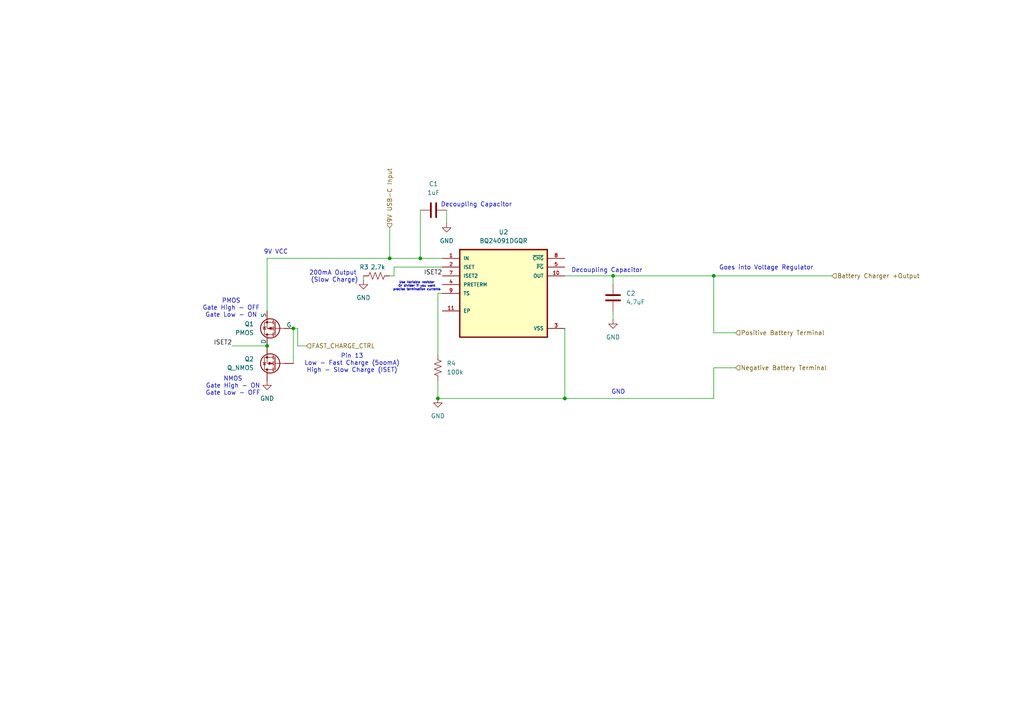
<source format=kicad_sch>
(kicad_sch (version 20250114) (generator "eeschema") (generator_version "9.0")
  (paper "A4")
  (title_block (title "EEE3088F Project PCB Design") (date "2025-03-24") (company "University of Cape Town") (comment 3 "         Emmanual Basua") (comment 4 "Authors: Nejdet Demirtas"))
  (lib_symbols
    (symbol "BQ24091DGQR:BQ24091DGQR" (pin_names (offset 1.016))
      (property "Reference" "U" (at -12.7 13.7 0))
      (property "Value" "BQ24091DGQR" (at -12.7 -16.7 0))
      (symbol "BQ24091DGQR_0_0"
        (rectangle (start -12.7 -12.7) (end 12.7 12.7) (stroke (width 0.41)) (fill (type background)))
        (pin input line (at -17.78 10.16 0) (length 5.08) (name "IN") (number "1"))
        (pin input line (at -17.78 7.62 0) (length 5.08) (name "ISET") (number "2"))
        (pin input line (at -17.78 5.08 0) (length 5.08) (name "ISET2") (number "7"))
        (pin input line (at -17.78 2.54 0) (length 5.08) (name "PRETERM") (number "4"))
        (pin input line (at -17.78 0 0) (length 5.08) (name "TS") (number "9"))
        (pin bidirectional line (at -17.78 -5.08 0) (length 5.08) (name "EP") (number "11"))
        (pin output line (at 17.78 10.16 180) (length 5.08) (name "~{CHG}") (number "8"))
        (pin output line (at 17.78 7.62 180) (length 5.08) (name "~{PG}") (number "5"))
        (pin output line (at 17.78 5.08 180) (length 5.08) (name "OUT") (number "10"))
        (pin power_in line (at 17.78 -10.16 180) (length 5.08) (name "VSS") (number "3"))
      )
    )
    (symbol "Device:C" (pin_numbers (hide yes)) (pin_names (offset 0.254))
      (property "Reference" "C" (at 0.635 2.54 0))
      (property "Value" "C" (at 0.635 -2.54 0))
      (symbol "C_0_1"
        (polyline (pts (xy -2.032 0.762) (xy 2.032 0.762)) (stroke (width 0.508)))
        (polyline (pts (xy -2.032 -0.762) (xy 2.032 -0.762)) (stroke (width 0.508)))
      )
      (symbol "C_1_1"
        (pin passive line (at 0 3.81 270) (length 2.794) (name "~") (number "1"))
        (pin passive line (at 0 -3.81 90) (length 2.794) (name "~") (number "2"))
      )
    )
    (symbol "Device:Q_NMOS" (pin_numbers (hide yes)) (pin_names (offset 0) (hide yes))
      (property "Reference" "Q" (at 5.08 1.27 0))
      (property "Value" "Q_NMOS" (at 5.08 -1.27 0))
      (symbol "Q_NMOS_0_1"
        (polyline (pts (xy 0.254 1.905) (xy 0.254 -1.905)) (stroke (width 0.254)))
        (polyline (pts (xy 0.254 0) (xy -2.54 0)))
        (polyline (pts (xy 0.762 2.286) (xy 0.762 1.27)) (stroke (width 0.254)))
        (polyline (pts (xy 0.762 0.508) (xy 0.762 -0.508)) (stroke (width 0.254)))
        (polyline (pts (xy 0.762 -1.27) (xy 0.762 -2.286)) (stroke (width 0.254)))
        (polyline (pts (xy 0.762 -1.778) (xy 3.302 -1.778) (xy 3.302 1.778) (xy 0.762 1.778)))
        (polyline (pts (xy 1.016 0) (xy 2.032 0.381) (xy 2.032 -0.381) (xy 1.016 0)) (fill (type outline)))
        (circle (center 1.651 0) (radius 2.794) (stroke (width 0.254)))
        (polyline (pts (xy 2.54 2.54) (xy 2.54 1.778)))
        (circle (center 2.54 1.778) (radius 0.254) (fill (type outline)))
        (circle (center 2.54 -1.778) (radius 0.254) (fill (type outline)))
        (polyline (pts (xy 2.54 -2.54) (xy 2.54 0) (xy 0.762 0)))
        (polyline (pts (xy 2.921 0.381) (xy 3.683 0.381)))
        (polyline (pts (xy 3.302 0.381) (xy 2.921 -0.254) (xy 3.683 -0.254) (xy 3.302 0.381)))
      )
      (symbol "Q_NMOS_1_1"
        (pin input line (at -5.08 0 0) (length 2.54) (name "G") (number "G"))
        (pin passive line (at 2.54 5.08 270) (length 2.54) (name "D") (number "D"))
        (pin passive line (at 2.54 -5.08 90) (length 2.54) (name "S") (number "S"))
      )
    )
    (symbol "Device:R_US" (pin_numbers (hide yes)) (pin_names (offset 0))
      (property "Reference" "R" (at 2.54 0 90))
      (property "Value" "R_US" (at -2.54 0 90))
      (symbol "R_US_0_1"
        (polyline (pts (xy 0 2.286) (xy 0 2.54)))
        (polyline (pts (xy 0 2.286) (xy 1.016 1.905) (xy 0 1.524) (xy -1.016 1.143) (xy 0 0.762)))
        (polyline (pts (xy 0 0.762) (xy 1.016 0.381) (xy 0 0) (xy -1.016 -0.381) (xy 0 -0.762)))
        (polyline (pts (xy 0 -0.762) (xy 1.016 -1.143) (xy 0 -1.524) (xy -1.016 -1.905) (xy 0 -2.286)))
        (polyline (pts (xy 0 -2.286) (xy 0 -2.54)))
      )
      (symbol "R_US_1_1"
        (pin passive line (at 0 3.81 270) (length 1.27) (name "~") (number "1"))
        (pin passive line (at 0 -3.81 90) (length 1.27) (name "~") (number "2"))
      )
    )
    (symbol "Simulation_SPICE:PMOS" (pin_numbers (hide yes)) (pin_names (offset 0))
      (property "Reference" "Q" (at 5.08 1.27 0))
      (property "Value" "PMOS" (at 5.08 -1.27 0))
      (symbol "PMOS_0_1"
        (polyline (pts (xy 0.254 1.905) (xy 0.254 -1.905)) (stroke (width 0.254)))
        (polyline (pts (xy 0.254 0) (xy -2.54 0)))
        (polyline (pts (xy 0.762 2.286) (xy 0.762 1.27)) (stroke (width 0.254)))
        (polyline (pts (xy 0.762 1.778) (xy 3.302 1.778) (xy 3.302 -1.778) (xy 0.762 -1.778)))
        (polyline (pts (xy 0.762 0.508) (xy 0.762 -0.508)) (stroke (width 0.254)))
        (polyline (pts (xy 0.762 -1.27) (xy 0.762 -2.286)) (stroke (width 0.254)))
        (circle (center 1.651 0) (radius 2.794) (stroke (width 0.254)))
        (polyline (pts (xy 2.286 0) (xy 1.27 0.381) (xy 1.27 -0.381) (xy 2.286 0)) (fill (type outline)))
        (polyline (pts (xy 2.54 2.54) (xy 2.54 1.778)))
        (circle (center 2.54 1.778) (radius 0.254) (fill (type outline)))
        (circle (center 2.54 -1.778) (radius 0.254) (fill (type outline)))
        (polyline (pts (xy 2.54 -2.54) (xy 2.54 0) (xy 0.762 0)))
        (polyline (pts (xy 2.794 -0.508) (xy 2.921 -0.381) (xy 3.683 -0.381) (xy 3.81 -0.254)))
        (polyline (pts (xy 3.302 -0.381) (xy 2.921 0.254) (xy 3.683 0.254) (xy 3.302 -0.381)))
      )
      (symbol "PMOS_1_1"
        (pin input line (at -5.08 0 0) (length 2.54) (name "G") (number "2"))
        (pin passive line (at 2.54 5.08 270) (length 2.54) (name "D") (number "1"))
        (pin passive line (at 2.54 -5.08 90) (length 2.54) (name "S") (number "3"))
      )
    )
    (symbol "power:GND" (power) (pin_numbers (hide yes)) (pin_names (offset 0) (hide yes))
      (property "Value" "GND" (at 0 -3.81 0))
      (symbol "GND_0_1"
        (polyline (pts (xy 0 0) (xy 0 -1.27) (xy 1.27 -1.27) (xy 0 -2.54) (xy -1.27 -1.27) (xy 0 -1.27)))
      )
      (symbol "GND_1_1"
        (pin power_in line (at 0 0 270) (length 0) (name "~") (number "1"))
      )
    )
  )
  (text "GND\n\n\n" (at 179.324 115.824 0) (effects (font (size 1.27 1.27))))
  (text "200mA Output \n(Slow Charge)" (at 97.028 80.264 0) (effects (font (size 1.27 1.27))))
  (text "Use Variable resistor\nOr divider if you want\nprecise termination currents" (at 120.904 83.058 0) (effects (font (size 0.635 0.635))))
  (text "Pin 13\nLow - Fast Charge (5oomA)\nHigh - Slow Charge (ISET)\n" (at 102.108 105.41 0) (effects (font (size 1.27 1.27))))
  (text "PMOS\nGate High - OFF\nGate Low - ON" (at 67.056 89.408 0) (effects (font (size 1.27 1.27))))
  (text "Decoupling Capacitor\n" (at 176.022 78.486 0) (effects (font (size 1.27 1.27))))
  (text "NMOS\nGate High - ON\nGate Low - OFF\n" (at 67.564 112.014 0) (effects (font (size 1.27 1.27))))
  (text "9V VCC\n" (at 80.01 73.152 0) (effects (font (size 1.27 1.27))))
  (text "Decoupling Capacitor\n" (at 138.176 59.436 0) (effects (font (size 1.27 1.27))))
  (text "Goes into Voltage Regulator\n" (at 222.25 77.724 0) (effects (font (size 1.27 1.27))))
  (junction (at 113.03 74.93))
  (junction (at 177.8 80.01))
  (junction (at 163.83 115.57))
  (junction (at 77.47 100.33))
  (junction (at 121.92 74.93))
  (junction (at 85.09 95.25))
  (junction (at 207.01 80.01))
  (junction (at 127 115.57))
  (wire (pts (xy 213.36 96.52) (xy 207.01 96.52)))
  (wire (pts (xy 129.54 60.96) (xy 129.54 64.77)))
  (wire (pts (xy 85.09 95.25) (xy 85.09 105.41)))
  (wire (pts (xy 177.8 92.71) (xy 177.8 90.17)))
  (wire (pts (xy 207.01 115.57) (xy 163.83 115.57)))
  (wire (pts (xy 86.36 95.25) (xy 85.09 95.25)))
  (wire (pts (xy 121.92 74.93) (xy 128.27 74.93)))
  (wire (pts (xy 177.8 80.01) (xy 207.01 80.01)))
  (wire (pts (xy 67.31 100.33) (xy 77.47 100.33)))
  (wire (pts (xy 128.27 85.09) (xy 127 85.09)))
  (wire (pts (xy 163.83 115.57) (xy 127 115.57)))
  (wire (pts (xy 163.83 95.25) (xy 163.83 115.57)))
  (wire (pts (xy 113.03 66.04) (xy 113.03 74.93)))
  (wire (pts (xy 207.01 80.01) (xy 207.01 96.52)))
  (wire (pts (xy 127 85.09) (xy 127 102.87)))
  (wire (pts (xy 207.01 80.01) (xy 241.3 80.01)))
  (wire (pts (xy 86.36 100.33) (xy 88.9 100.33)))
  (wire (pts (xy 163.83 80.01) (xy 177.8 80.01)))
  (wire (pts (xy 77.47 74.93) (xy 77.47 90.17)))
  (wire (pts (xy 207.01 106.68) (xy 207.01 115.57)))
  (wire (pts (xy 86.36 100.33) (xy 86.36 95.25)))
  (wire (pts (xy 114.3 77.47) (xy 128.27 77.47)))
  (wire (pts (xy 177.8 80.01) (xy 177.8 82.55)))
  (wire (pts (xy 113.03 74.93) (xy 121.92 74.93)))
  (wire (pts (xy 207.01 106.68) (xy 213.36 106.68)))
  (wire (pts (xy 105.41 81.28) (xy 105.41 80.01)))
  (wire (pts (xy 114.3 80.01) (xy 113.03 80.01)))
  (wire (pts (xy 121.92 60.96) (xy 121.92 74.93)))
  (wire (pts (xy 127 110.49) (xy 127 115.57)))
  (wire (pts (xy 114.3 80.01) (xy 114.3 77.47)))
  (wire (pts (xy 113.03 74.93) (xy 77.47 74.93)))
  (label "ISET2" (at 67.31 100.33 180))
  (label "ISET2" (at 128.27 80.01 180))
  (hierarchical_label "Negative Battery Terminal" (shape input) (at 213.36 106.68 0))
  (hierarchical_label "Battery Charger +Output" (shape input) (at 241.3 80.01 0))
  (hierarchical_label "Positive Battery Terminal" (shape input) (at 213.36 96.52 0))
  (hierarchical_label "9V USB-C Input" (shape input) (at 113.03 66.04 90))
  (hierarchical_label "FAST_CHARGE_CTRL" (shape input) (at 88.9 100.33 0))
  (symbol (lib_id "power:GND") (at 105.41 81.28 0) (unit 1)
    (property "Reference" "#PWR09" (effects (hide yes)))
    (property "Value" "GND" (at 105.41 86.36 0))
    (property "Description" "Power symbol creates a global label with name \"GND\" , ground" (effects (hide yes)))
    (instances (project "Micro-Mouse PCB Board" (path "" (reference "#PWR09") (unit 1)) (path "" (reference "#PWR014") (unit 1))))
  )
  (symbol (lib_id "power:GND") (at 127 115.57 0) (unit 1)
    (property "Reference" "#PWR010" (effects (hide yes)))
    (property "Value" "GND" (at 127 120.65 0))
    (property "Description" "Power symbol creates a global label with name \"GND\" , ground" (effects (hide yes)))
    (instances (project "Micro-Mouse PCB Board" (path "" (reference "#PWR010") (unit 1)) (path "" (reference "#PWR015") (unit 1))))
  )
  (symbol (lib_id "Device:C") (at 125.73 60.96 90) (unit 1)
    (property "Reference" "C1" (at 125.73 53.34 90))
    (property "Value" "1uF" (at 125.73 55.88 90))
    (property "Description" "Unpolarized capacitor" (effects (hide yes)))
    (instances (project "Micro-Mouse PCB Board" (path "" (reference "C1") (unit 1)) (path "" (reference "C3") (unit 1))))
  )
  (symbol (lib_id "Device:R_US") (at 109.22 80.01 90) (unit 1)
    (property "Reference" "R3" (at 106.934 77.47 90) (effects (justify left)))
    (property "Value" "2.7k" (at 111.76 77.47 90) (effects (justify left)))
    (property "Description" "Resistor, US symbol" (effects (hide yes)))
    (instances (project "Micro-Mouse PCB Board" (path "" (reference "R3") (unit 1)) (path "" (reference "R5") (unit 1))))
  )
  (symbol (lib_id "Simulation_SPICE:PMOS") (at 80.01 95.25 180) (unit 1)
    (property "Reference" "Q1" (at 73.66 93.9799 0) (effects (justify left)))
    (property "Value" "PMOS" (at 73.66 96.5199 0) (effects (justify left)))
    (property "Datasheet" "https://ngspice.sourceforge.io/docs/ngspice-html-manual/manual.xhtml#cha_MOSFETs" (effects (hide yes)))
    (property "Description" "P-MOSFET transistor, drain/source/gate" (effects (hide yes)))
    (property "Sim.Device" "PMOS" (effects (hide yes)))
    (property "Sim.Type" "VDMOS" (effects (hide yes)))
    (property "Sim.Pins" "1=D 2=G 3=S" (effects (hide yes)))
    (instances (project "Micro-Mouse PCB Board" (path "" (reference "Q1") (unit 1)) (path "" (reference "Q3") (unit 1))))
  )
  (symbol (lib_id "Device:R_US") (at 127 106.68 0) (unit 1)
    (property "Reference" "R4" (at 129.54 105.4099 0) (effects (justify left)))
    (property "Value" "100k" (at 129.54 107.9499 0) (effects (justify left)))
    (property "Description" "Resistor, US symbol" (effects (hide yes)))
    (instances (project "Micro-Mouse PCB Board" (path "" (reference "R4") (unit 1)) (path "" (reference "R6") (unit 1))))
  )
  (symbol (lib_id "BQ24091DGQR:BQ24091DGQR") (at 146.05 85.09 0) (unit 1)
    (property "Reference" "U2" (at 146.05 67.31 0))
    (property "Value" "BQ24091DGQR" (at 146.05 69.85 0))
    (property "Footprint" "BQ24091DGQR:IC_XTR111AIDGQR" (effects (hide yes)))
    (property "Datasheet" "https://www.ti.com/lit/ds/symlink/bq24091.pdf?ts=1742721749535&ref_url=https%253A%252F%252Fwww.ti.com%252Fproduct%252FBQ24091" (effects (hide yes)))
    (property "MF" "Texas Instruments" (effects (hide yes)))
    (property "Description_1" "1-cell, 1-A, Li-ion battery charger with 100kΩ NTC" (effects (hide yes)))
    (property "Package" "HVSSOP-10 Texas Instruments" (effects (hide yes)))
    (property "Price" "None" (effects (hide yes)))
    (property "SnapEDA_Link" "https://www.snapeda.com/parts/BQ24091DGQR/Texas+Instruments/view-part/?ref=snap" (effects (hide yes)))
    (property "MP" "BQ24091DGQR" (effects (hide yes)))
    (property "Availability" "In Stock" (effects (hide yes)))
    (property "Check_prices" "https://www.snapeda.com/parts/BQ24091DGQR/Texas+Instruments/view-part/?ref=eda" (effects (hide yes)))
    (instances (project "Micro-Mouse PCB Board" (path "" (reference "U2") (unit 1)) (path "" (reference "U3") (unit 1))))
  )
  (symbol (lib_id "power:GND") (at 77.47 110.49 0) (unit 1)
    (property "Reference" "#PWR08" (effects (hide yes)))
    (property "Value" "GND" (at 77.47 115.57 0))
    (property "Description" "Power symbol creates a global label with name \"GND\" , ground" (effects (hide yes)))
    (instances (project "Micro-Mouse PCB Board" (path "" (reference "#PWR08") (unit 1)) (path "" (reference "#PWR013") (unit 1))))
  )
  (symbol (lib_id "Device:Q_NMOS") (at 80.01 105.41 180) (unit 1)
    (property "Reference" "Q2" (at 73.66 104.1399 0) (effects (justify left)))
    (property "Value" "Q_NMOS" (at 73.66 106.6799 0) (effects (justify left)))
    (property "Description" "N-MOSFET transistor" (effects (hide yes)))
    (instances (project "Micro-Mouse PCB Board" (path "" (reference "Q2") (unit 1)) (path "" (reference "Q4") (unit 1))))
  )
  (symbol (lib_id "Device:C") (at 177.8 86.36 0) (unit 1)
    (property "Reference" "C2" (at 181.61 85.0899 0) (effects (justify left)))
    (property "Value" "4.7uF" (at 181.61 87.6299 0) (effects (justify left)))
    (property "Description" "Unpolarized capacitor" (effects (hide yes)))
    (instances (project "Micro-Mouse PCB Board" (path "" (reference "C2") (unit 1)) (path "" (reference "C4") (unit 1))))
  )
  (symbol (lib_id "power:GND") (at 129.54 64.77 0) (unit 1)
    (property "Reference" "#PWR011" (effects (hide yes)))
    (property "Value" "GND" (at 129.54 69.85 0))
    (property "Description" "Power symbol creates a global label with name \"GND\" , ground" (effects (hide yes)))
    (instances (project "Micro-Mouse PCB Board" (path "" (reference "#PWR011") (unit 1)) (path "" (reference "#PWR016") (unit 1))))
  )
  (symbol (lib_id "power:GND") (at 177.8 92.71 0) (unit 1)
    (property "Reference" "#PWR012" (effects (hide yes)))
    (property "Value" "GND" (at 177.8 97.79 0))
    (property "Description" "Power symbol creates a global label with name \"GND\" , ground" (effects (hide yes)))
    (instances (project "Micro-Mouse PCB Board" (path "" (reference "#PWR012") (unit 1)) (path "" (reference "#PWR017") (unit 1))))
  )
)
</source>
